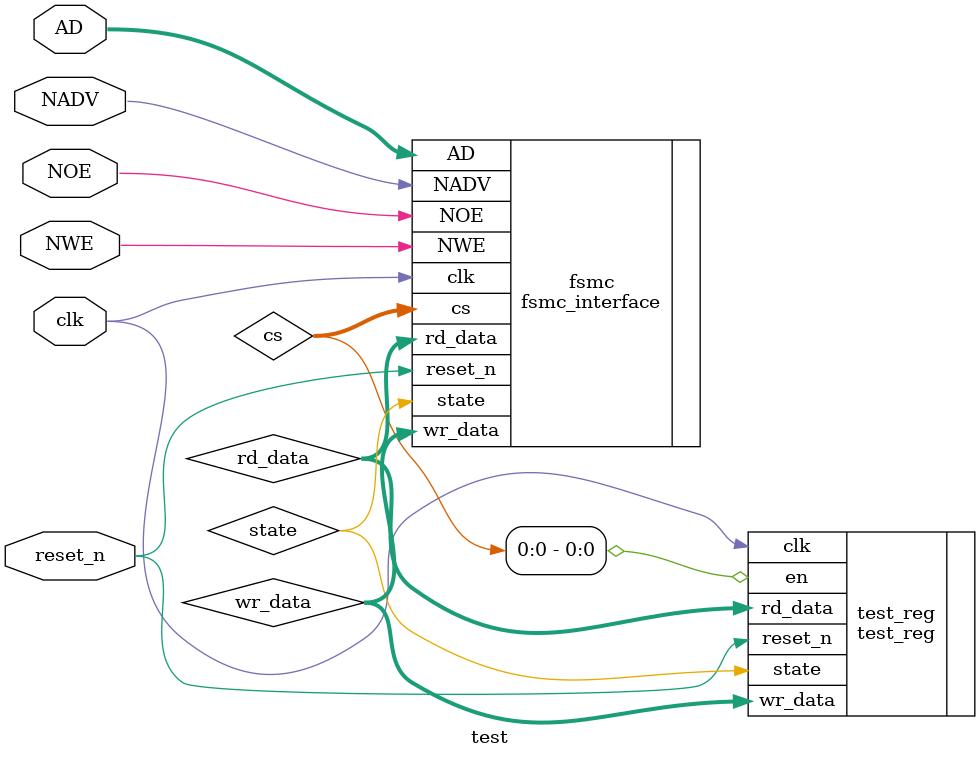
<source format=sv>
module test(
    // ================= 物理接口 =================
    inout  [17:0] AD,      // 复用地址/数据总线
    input         NADV,               // 地址有效指示（低有效）
    input         NWE,                // 写使能（低有效）
    input         NOE,                // 读使能（低有效）
    
    // ================= 系统接口 =================
    input         clk,                // 主时钟
    input         reset_n            // 异步复位
);

    // ================= 用户接口 =================
    logic [15:0] rd_data;
    logic [15:0] wr_data;
    logic          state;       // 1:读 0:写
    logic [1:0]       cs;

    fsmc_interface fsmc(
        .AD(AD),
        .NADV(NADV),
        .NWE(NWE),
        .NOE(NOE),
        .clk(clk),
        .reset_n(reset_n),
        .rd_data(rd_data),
        .wr_data(wr_data),
        .state(state),
        .cs(cs)
    );

    test_reg test_reg(
        .clk(clk),
        .reset_n(reset_n),
        .en(cs[0]),
        .rd_data(rd_data),
        .wr_data(wr_data),
        .state(state)
    );


endmodule
</source>
